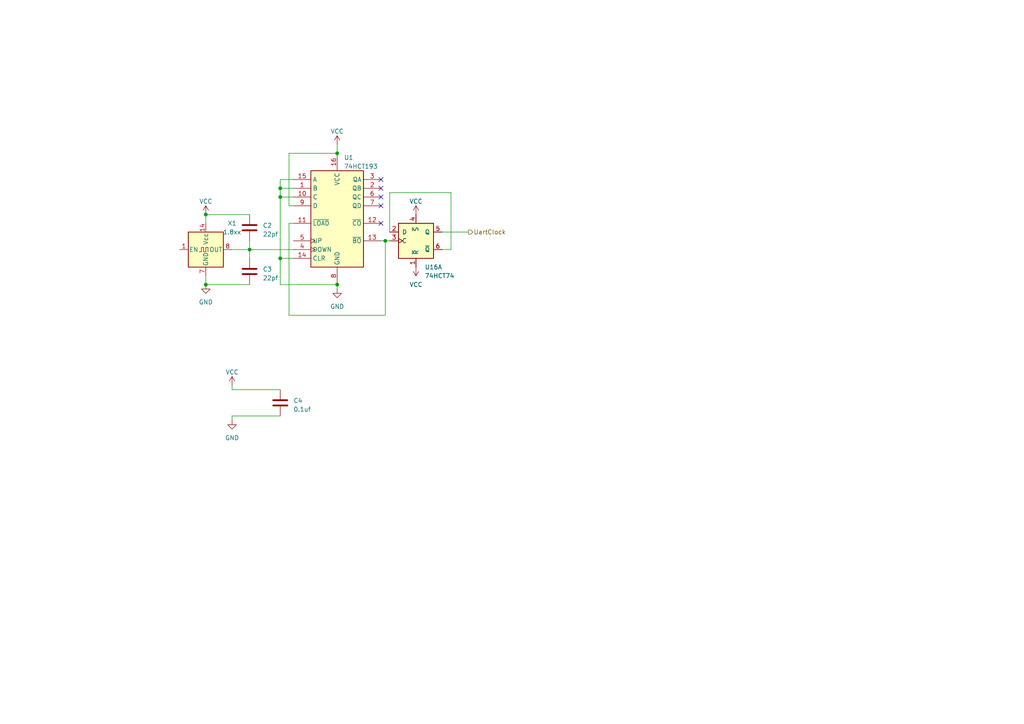
<source format=kicad_sch>
(kicad_sch (version 20230121) (generator eeschema)
  (paper "A4")
  (lib_symbols
    (symbol "74xx:74LS193"
      (property "Reference" "U" (at -7.62 13.97 0))
      (property "Value" "74LS193" (at 5.08 13.97 0))
      (symbol "74LS193_1_0"
        (pin input line (at -12.7 7.62 0) (length 5.08) (name "B") (number "1"))
        (pin input line (at -12.7 5.08 0) (length 5.08) (name "C") (number "10"))
        (pin input line (at -12.7 -2.54 0) (length 5.08) (name "~{LOAD}") (number "11"))
        (pin output line (at 12.7 -2.54 180) (length 5.08) (name "~{CO}") (number "12"))
        (pin output line (at 12.7 -7.62 180) (length 5.08) (name "~{BO}") (number "13"))
        (pin input line (at -12.7 -12.7 0) (length 5.08) (name "CLR") (number "14"))
        (pin input line (at -12.7 10.16 0) (length 5.08) (name "A") (number "15"))
        (pin power_in line (at 0 17.78 270) (length 5.08) (name "VCC") (number "16"))
        (pin output line (at 12.7 7.62 180) (length 5.08) (name "QB") (number "2"))
        (pin output line (at 12.7 10.16 180) (length 5.08) (name "QA") (number "3"))
        (pin input clock (at -12.7 -10.16 0) (length 5.08) (name "DOWN") (number "4"))
        (pin input clock (at -12.7 -7.62 0) (length 5.08) (name "UP") (number "5"))
        (pin output line (at 12.7 5.08 180) (length 5.08) (name "QC") (number "6"))
        (pin output line (at 12.7 2.54 180) (length 5.08) (name "QD") (number "7"))
        (pin power_in line (at 0 -20.32 90) (length 5.08) (name "GND") (number "8"))
        (pin input line (at -12.7 2.54 0) (length 5.08) (name "D") (number "9"))
      )
      (symbol "74LS193_1_1"
        (rectangle (start -7.62 12.7) (end 7.62 -15.24) (stroke (width 0.254)) (fill (type background)))
      )
    )
    (symbol "74xx:74LS74" (pin_names (offset 1.016))
      (property "Reference" "U" (at -7.62 8.89 0))
      (property "Value" "74LS74" (at -7.62 -8.89 0))
      (symbol "74LS74_1_0"
        (pin input line (at 0 -7.62 90) (length 2.54) (name "~{R}") (number "1"))
        (pin input line (at -7.62 2.54 0) (length 2.54) (name "D") (number "2"))
        (pin input clock (at -7.62 0 0) (length 2.54) (name "C") (number "3"))
        (pin input line (at 0 7.62 270) (length 2.54) (name "~{S}") (number "4"))
        (pin output line (at 7.62 2.54 180) (length 2.54) (name "Q") (number "5"))
        (pin output line (at 7.62 -2.54 180) (length 2.54) (name "~{Q}") (number "6"))
      )
      (symbol "74LS74_1_1"
        (rectangle (start -5.08 5.08) (end 5.08 -5.08) (stroke (width 0.254)) (fill (type background)))
      )
      (symbol "74LS74_2_0"
        (pin input line (at 0 7.62 270) (length 2.54) (name "~{S}") (number "10"))
        (pin input clock (at -7.62 0 0) (length 2.54) (name "C") (number "11"))
        (pin input line (at -7.62 2.54 0) (length 2.54) (name "D") (number "12"))
        (pin input line (at 0 -7.62 90) (length 2.54) (name "~{R}") (number "13"))
        (pin output line (at 7.62 -2.54 180) (length 2.54) (name "~{Q}") (number "8"))
        (pin output line (at 7.62 2.54 180) (length 2.54) (name "Q") (number "9"))
      )
      (symbol "74LS74_2_1"
        (rectangle (start -5.08 5.08) (end 5.08 -5.08) (stroke (width 0.254)) (fill (type background)))
      )
      (symbol "74LS74_3_0"
        (pin power_in line (at 0 10.16 270) (length 2.54) (name "VCC") (number "14"))
        (pin power_in line (at 0 -10.16 90) (length 2.54) (name "GND") (number "7"))
      )
      (symbol "74LS74_3_1"
        (rectangle (start -5.08 7.62) (end 5.08 -7.62) (stroke (width 0.254)) (fill (type background)))
      )
    )
    (symbol "Device:C" (pin_numbers hide) (pin_names (offset 0.254))
      (property "Reference" "C" (at 0.635 2.54 0))
      (property "Value" "C" (at 0.635 -2.54 0))
      (symbol "C_0_1"
        (polyline (pts (xy -2.032 -0.762) (xy 2.032 -0.762)) (stroke (width 0.508)))
        (polyline (pts (xy -2.032 0.762) (xy 2.032 0.762)) (stroke (width 0.508)))
      )
      (symbol "C_1_1"
        (pin passive line (at 0 3.81 270) (length 2.794) (name "~") (number "1"))
        (pin passive line (at 0 -3.81 90) (length 2.794) (name "~") (number "2"))
      )
    )
    (symbol "Oscillator:CXO_DIP14" (pin_names (offset 0.254))
      (property "Reference" "X" (at -5.08 6.35 0))
      (property "Value" "CXO_DIP14" (at 1.27 -6.35 0))
      (symbol "CXO_DIP14_0_1"
        (rectangle (start -5.08 5.08) (end 5.08 -5.08) (stroke (width 0.254)) (fill (type background)))
        (polyline (pts (xy -1.905 -0.635) (xy -1.27 -0.635) (xy -1.27 0.635) (xy -0.635 0.635) (xy -0.635 -0.635) (xy 0 -0.635) (xy 0 0.635) (xy 0.635 0.635) (xy 0.635 -0.635)))
      )
      (symbol "CXO_DIP14_1_1"
        (pin input line (at -7.62 0 0) (length 2.54) (name "EN") (number "1"))
        (pin power_in line (at 0 7.62 270) (length 2.54) (name "Vcc") (number "14"))
        (pin power_in line (at 0 -7.62 90) (length 2.54) (name "GND") (number "7"))
        (pin output line (at 7.62 0 180) (length 2.54) (name "OUT") (number "8"))
      )
    )
    (symbol "power:GND" (power) (pin_names (offset 0))
      (property "Value" "GND" (at 0 -3.81 0))
      (symbol "GND_0_1"
        (polyline (pts (xy 0 0) (xy 0 -1.27) (xy 1.27 -1.27) (xy 0 -2.54) (xy -1.27 -1.27) (xy 0 -1.27)))
      )
      (symbol "GND_1_1"
        (pin power_in line (at 0 0 270) (length 0) hide (name "GND") (number "1"))
      )
    )
    (symbol "power:VCC" (power) (pin_names (offset 0))
      (property "Value" "VCC" (at 0 3.81 0))
      (symbol "VCC_0_1"
        (polyline (pts (xy -0.762 1.27) (xy 0 2.54)))
        (polyline (pts (xy 0 0) (xy 0 2.54)))
        (polyline (pts (xy 0 2.54) (xy 0.762 1.27)))
      )
      (symbol "VCC_1_1"
        (pin power_in line (at 0 0 90) (length 0) hide (name "VCC") (number "1"))
      )
    )
  )
  (junction (at 72.39 72.39))
  (junction (at 97.79 82.55))
  (junction (at 59.69 82.55))
  (junction (at 111.76 69.85))
  (junction (at 81.28 74.93))
  (junction (at 81.28 57.15))
  (junction (at 59.69 62.23))
  (junction (at 97.79 44.45))
  (junction (at 81.28 54.61))
  (no_connect (at 110.49 64.77))
  (no_connect (at 110.49 57.15))
  (no_connect (at 110.49 52.07))
  (no_connect (at 110.49 54.61))
  (no_connect (at 110.49 59.69))
  (wire (pts (xy 130.81 72.39) (xy 128.27 72.39)))
  (wire (pts (xy 72.39 69.85) (xy 72.39 72.39)))
  (wire (pts (xy 81.28 54.61) (xy 85.09 54.61)))
  (wire (pts (xy 128.27 67.31) (xy 135.89 67.31)))
  (wire (pts (xy 72.39 72.39) (xy 72.39 74.93)))
  (wire (pts (xy 97.79 41.91) (xy 97.79 44.45)))
  (wire (pts (xy 59.69 62.23) (xy 72.39 62.23)))
  (wire (pts (xy 81.28 74.93) (xy 85.09 74.93)))
  (wire (pts (xy 85.09 64.77) (xy 83.82 64.77)))
  (wire (pts (xy 130.81 55.88) (xy 113.03 55.88)))
  (wire (pts (xy 81.28 120.65) (xy 67.31 120.65)))
  (wire (pts (xy 81.28 113.03) (xy 67.31 113.03)))
  (wire (pts (xy 59.69 82.55) (xy 72.39 82.55)))
  (wire (pts (xy 81.28 57.15) (xy 81.28 74.93)))
  (wire (pts (xy 83.82 44.45) (xy 83.82 59.69)))
  (wire (pts (xy 97.79 83.82) (xy 97.79 82.55)))
  (wire (pts (xy 130.81 55.88) (xy 130.81 72.39)))
  (wire (pts (xy 59.69 82.55) (xy 59.69 80.01)))
  (wire (pts (xy 72.39 72.39) (xy 85.09 72.39)))
  (wire (pts (xy 83.82 44.45) (xy 97.79 44.45)))
  (wire (pts (xy 111.76 91.44) (xy 111.76 69.85)))
  (wire (pts (xy 113.03 69.85) (xy 111.76 69.85)))
  (wire (pts (xy 81.28 52.07) (xy 85.09 52.07)))
  (wire (pts (xy 59.69 62.23) (xy 59.69 64.77)))
  (wire (pts (xy 83.82 91.44) (xy 111.76 91.44)))
  (wire (pts (xy 83.82 64.77) (xy 83.82 91.44)))
  (wire (pts (xy 67.31 72.39) (xy 72.39 72.39)))
  (wire (pts (xy 81.28 57.15) (xy 85.09 57.15)))
  (wire (pts (xy 81.28 82.55) (xy 81.28 74.93)))
  (wire (pts (xy 111.76 69.85) (xy 110.49 69.85)))
  (wire (pts (xy 81.28 54.61) (xy 81.28 52.07)))
  (wire (pts (xy 85.09 59.69) (xy 83.82 59.69)))
  (wire (pts (xy 113.03 55.88) (xy 113.03 67.31)))
  (wire (pts (xy 67.31 113.03) (xy 67.31 111.76)))
  (wire (pts (xy 81.28 57.15) (xy 81.28 54.61)))
  (wire (pts (xy 97.79 82.55) (xy 81.28 82.55)))
  (wire (pts (xy 67.31 120.65) (xy 67.31 121.92)))
  (hierarchical_label "UartClock" (shape output) (at 135.89 67.31 0))
  (symbol (lib_id "power:VCC") (at 120.65 62.23 0) (unit 1)
    (property "Reference" "#PWR05" (effects hide))
    (property "Value" "VCC" (at 120.65 58.42 0))
    (instances (project "uart" (path "" (reference "#PWR05") (unit 1)) (path "" (reference "#PWR049") (unit 1))))
  )
  (symbol (lib_id "power:VCC") (at 120.65 77.47 180) (unit 1)
    (property "Reference" "#PWR05" (effects hide))
    (property "Value" "VCC" (at 120.65 82.55 0))
    (instances (project "uart" (path "" (reference "#PWR05") (unit 1)) (path "" (reference "#PWR050") (unit 1))))
  )
  (symbol (lib_id "Oscillator:CXO_DIP14") (at 59.69 72.39 0) (unit 1)
    (property "Reference" "X1" (at 67.31 64.77 0))
    (property "Value" "1.8xx" (at 67.31 67.31 0))
    (property "Footprint" "Oscillator:Oscillator_DIP-14" (effects hide))
    (property "Datasheet" "http://cdn-reichelt.de/documents/datenblatt/B400/OSZI.pdf" (effects hide))
  )
  (symbol (lib_id "power:VCC") (at 59.69 62.23 0) (unit 1)
    (property "Reference" "#PWR03" (effects hide))
    (property "Value" "VCC" (at 59.69 58.42 0))
    (instances (project "uart" (path "" (reference "#PWR03") (unit 1)) (path "" (reference "#PWR08") (unit 1))))
  )
  (symbol (lib_id "power:VCC") (at 67.31 111.76 0) (unit 1)
    (property "Reference" "#PWR07" (effects hide))
    (property "Value" "VCC" (at 67.31 107.95 0))
    (instances (project "uart" (path "" (reference "#PWR07") (unit 1)) (path "" (reference "#PWR010") (unit 1))))
  )
  (symbol (lib_id "power:GND") (at 59.69 82.55 0) (unit 1)
    (property "Reference" "#PWR04" (effects hide))
    (property "Value" "GND" (at 59.69 87.63 0))
    (instances (project "uart" (path "" (reference "#PWR04") (unit 1)) (path "" (reference "#PWR09") (unit 1))))
  )
  (symbol (lib_id "power:GND") (at 97.79 83.82 0) (unit 1)
    (property "Reference" "#PWR06" (effects hide))
    (property "Value" "GND" (at 97.79 88.9 0))
    (instances (project "uart" (path "" (reference "#PWR06") (unit 1)) (path "" (reference "#PWR013") (unit 1))))
  )
  (symbol (lib_id "power:VCC") (at 97.79 41.91 0) (unit 1)
    (property "Reference" "#PWR05" (effects hide))
    (property "Value" "VCC" (at 97.79 38.1 0))
    (instances (project "uart" (path "" (reference "#PWR05") (unit 1)) (path "" (reference "#PWR012") (unit 1))))
  )
  (symbol (lib_id "Device:C") (at 72.39 78.74 0) (unit 1)
    (property "Reference" "C3" (at 76.2 78.105 0) (effects (justify left)))
    (property "Value" "22pf" (at 76.2 80.645 0) (effects (justify left)))
    (property "Footprint" "Capacitor_THT:C_Rect_L7.2mm_W3.5mm_P5.00mm_FKS2_FKP2_MKS2_MKP2" (effects hide))
    (instances (project "uart" (path "" (reference "C3") (unit 1)) (path "" (reference "C5") (unit 1))))
  )
  (symbol (lib_id "Device:C") (at 81.28 116.84 0) (unit 1)
    (property "Reference" "C4" (at 85.09 116.205 0) (effects (justify left)))
    (property "Value" "0.1uf" (at 85.09 118.745 0) (effects (justify left)))
    (property "Footprint" "Capacitor_THT:C_Rect_L7.2mm_W3.5mm_P5.00mm_FKS2_FKP2_MKS2_MKP2" (effects hide))
    (instances (project "uart" (path "" (reference "C4") (unit 1)) (path "" (reference "C6") (unit 1))))
  )
  (symbol (lib_id "power:GND") (at 67.31 121.92 0) (unit 1)
    (property "Reference" "#PWR08" (effects hide))
    (property "Value" "GND" (at 67.31 127 0))
    (instances (project "uart" (path "" (reference "#PWR08") (unit 1)) (path "" (reference "#PWR011") (unit 1))))
  )
  (symbol (lib_id "74xx:74LS193") (at 97.79 62.23 0) (unit 1)
    (property "Reference" "U1" (at 99.7459 45.72 0) (effects (justify left)))
    (property "Value" "74HCT193" (at 99.7459 48.26 0) (effects (justify left)))
    (property "Footprint" "Package_DIP:DIP-16_W7.62mm" (effects hide))
    (property "Datasheet" "http://www.ti.com/lit/ds/symlink/sn74ls193.pdf" (effects hide))
    (instances (project "uart" (path "" (reference "U1") (unit 1)) (path "" (reference "U3") (unit 1))))
  )
  (symbol (lib_id "74xx:74LS74") (at 120.65 69.85 0) (unit 1)
    (property "Reference" "U16" (at 123.19 77.47 0) (effects (justify left)))
    (property "Value" "74HCT74" (at 123.19 80.01 0) (effects (justify left)))
    (property "Footprint" "Package_DIP:DIP-14_W10.16mm" (effects hide))
    (property "Datasheet" "74xx/74hc_hct74.pdf" (effects hide))
    (instances (project "uart" (path "" (reference "U16") (unit 1)) (path "" (reference "U16") (unit 2))))
  )
  (symbol (lib_id "Device:C") (at 72.39 66.04 0) (unit 1)
    (property "Reference" "C2" (at 76.2 65.405 0) (effects (justify left)))
    (property "Value" "22pf" (at 76.2 67.945 0) (effects (justify left)))
    (property "Footprint" "Capacitor_THT:C_Rect_L7.2mm_W3.5mm_P5.00mm_FKS2_FKP2_MKS2_MKP2" (effects hide))
    (instances (project "uart" (path "" (reference "C2") (unit 1)) (path "" (reference "C4") (unit 1))))
  )
)
</source>
